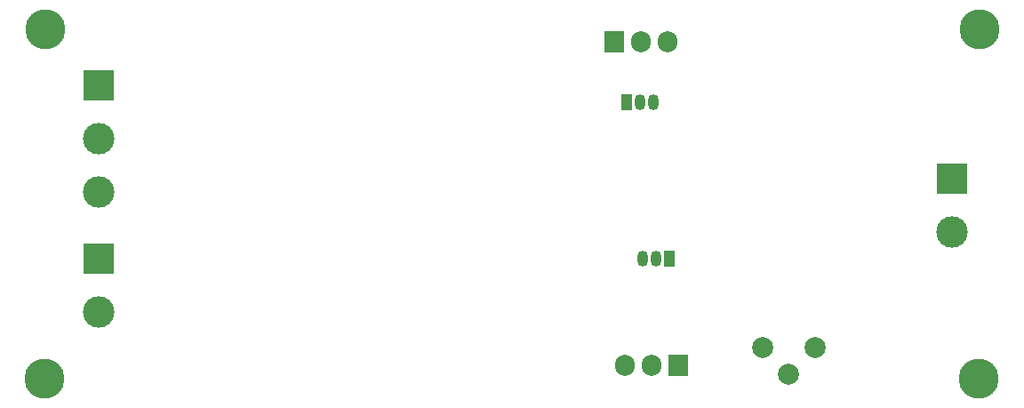
<source format=gbr>
%TF.GenerationSoftware,KiCad,Pcbnew,(6.0.2)*%
%TF.CreationDate,2022-12-26T11:42:45-08:00*%
%TF.ProjectId,discrete_op_amp,64697363-7265-4746-955f-6f705f616d70,rev?*%
%TF.SameCoordinates,Original*%
%TF.FileFunction,Soldermask,Bot*%
%TF.FilePolarity,Negative*%
%FSLAX46Y46*%
G04 Gerber Fmt 4.6, Leading zero omitted, Abs format (unit mm)*
G04 Created by KiCad (PCBNEW (6.0.2)) date 2022-12-26 11:42:45*
%MOMM*%
%LPD*%
G01*
G04 APERTURE LIST*
%ADD10C,2.000000*%
%ADD11R,3.000000X3.000000*%
%ADD12C,3.000000*%
%ADD13O,1.905000X2.000000*%
%ADD14R,1.905000X2.000000*%
%ADD15C,3.800000*%
%ADD16R,1.050000X1.500000*%
%ADD17O,1.050000X1.500000*%
G04 APERTURE END LIST*
D10*
%TO.C,RV1*%
X182509000Y-122809000D03*
X180009000Y-125309000D03*
X177509000Y-122809000D03*
%TD*%
D11*
%TO.C,J1*%
X114300000Y-97790000D03*
D12*
X114300000Y-102870000D03*
X114300000Y-107950000D03*
%TD*%
D13*
%TO.C,Q23*%
X168512000Y-93639000D03*
X165972000Y-93639000D03*
D14*
X163432000Y-93639000D03*
%TD*%
D11*
%TO.C,J3*%
X114300000Y-114300000D03*
D12*
X114300000Y-119380000D03*
%TD*%
D15*
%TO.C,H4*%
X109117000Y-125730000D03*
%TD*%
%TO.C,H3*%
X198223000Y-92484000D03*
%TD*%
D14*
%TO.C,Q5*%
X169521000Y-124492500D03*
D13*
X166981000Y-124492500D03*
X164441000Y-124492500D03*
%TD*%
D16*
%TO.C,Q22*%
X164568000Y-99448000D03*
D17*
X165838000Y-99448000D03*
X167108000Y-99448000D03*
%TD*%
D15*
%TO.C,H2*%
X198120000Y-125730000D03*
%TD*%
D16*
%TO.C,Q4*%
X168632000Y-114300000D03*
D17*
X167362000Y-114300000D03*
X166092000Y-114300000D03*
%TD*%
D15*
%TO.C,H1*%
X109220000Y-92484000D03*
%TD*%
D11*
%TO.C,J2*%
X195580000Y-106680000D03*
D12*
X195580000Y-111760000D03*
%TD*%
M02*

</source>
